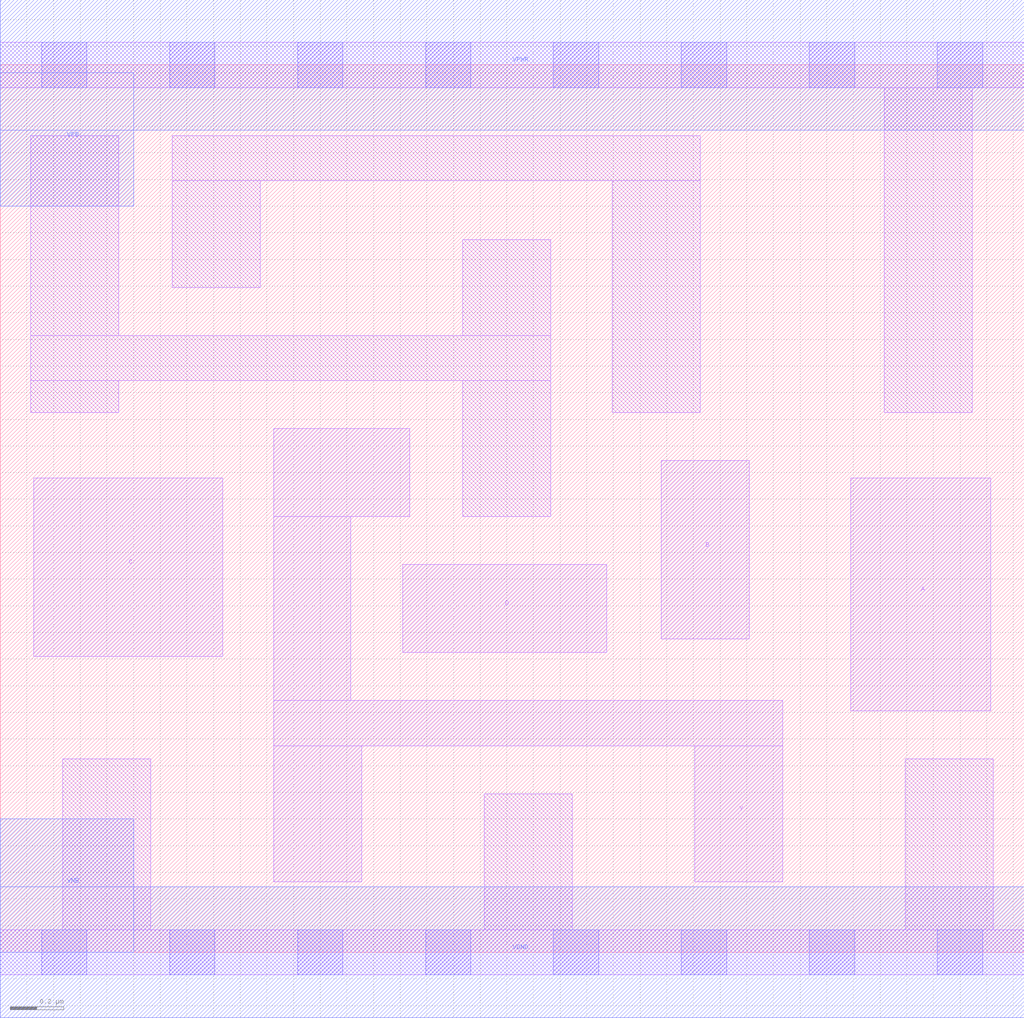
<source format=lef>
# Copyright 2020 The SkyWater PDK Authors
#
# Licensed under the Apache License, Version 2.0 (the "License");
# you may not use this file except in compliance with the License.
# You may obtain a copy of the License at
#
#     https://www.apache.org/licenses/LICENSE-2.0
#
# Unless required by applicable law or agreed to in writing, software
# distributed under the License is distributed on an "AS IS" BASIS,
# WITHOUT WARRANTIES OR CONDITIONS OF ANY KIND, either express or implied.
# See the License for the specific language governing permissions and
# limitations under the License.
#
# SPDX-License-Identifier: Apache-2.0

VERSION 5.5 ;
NAMESCASESENSITIVE ON ;
BUSBITCHARS "[]" ;
DIVIDERCHAR "/" ;
MACRO sky130_fd_sc_lp__nor4_lp
  CLASS CORE ;
  SOURCE USER ;
  ORIGIN  0.000000  0.000000 ;
  SIZE  3.840000 BY  3.330000 ;
  SYMMETRY X Y R90 ;
  SITE unit ;
  PIN A
    ANTENNAGATEAREA  0.376000 ;
    DIRECTION INPUT ;
    USE SIGNAL ;
    PORT
      LAYER li1 ;
        RECT 3.190000 0.905000 3.715000 1.780000 ;
    END
  END A
  PIN B
    ANTENNAGATEAREA  0.376000 ;
    DIRECTION INPUT ;
    USE SIGNAL ;
    PORT
      LAYER li1 ;
        RECT 2.480000 1.175000 2.810000 1.845000 ;
    END
  END B
  PIN C
    ANTENNAGATEAREA  0.376000 ;
    DIRECTION INPUT ;
    USE SIGNAL ;
    PORT
      LAYER li1 ;
        RECT 0.125000 1.110000 0.835000 1.780000 ;
    END
  END C
  PIN D
    ANTENNAGATEAREA  0.376000 ;
    DIRECTION INPUT ;
    USE SIGNAL ;
    PORT
      LAYER li1 ;
        RECT 1.510000 1.125000 2.275000 1.455000 ;
    END
  END D
  PIN Y
    ANTENNADIFFAREA  0.520200 ;
    DIRECTION OUTPUT ;
    USE SIGNAL ;
    PORT
      LAYER li1 ;
        RECT 1.025000 0.265000 1.355000 0.775000 ;
        RECT 1.025000 0.775000 2.935000 0.945000 ;
        RECT 1.025000 0.945000 1.315000 1.635000 ;
        RECT 1.025000 1.635000 1.535000 1.965000 ;
        RECT 2.605000 0.265000 2.935000 0.775000 ;
    END
  END Y
  PIN VGND
    DIRECTION INOUT ;
    USE GROUND ;
    PORT
      LAYER met1 ;
        RECT 0.000000 -0.245000 3.840000 0.245000 ;
    END
  END VGND
  PIN VNB
    DIRECTION INOUT ;
    USE GROUND ;
    PORT
      LAYER met1 ;
        RECT 0.000000 0.000000 0.500000 0.500000 ;
    END
  END VNB
  PIN VPB
    DIRECTION INOUT ;
    USE POWER ;
    PORT
      LAYER met1 ;
        RECT 0.000000 2.800000 0.500000 3.300000 ;
    END
  END VPB
  PIN VPWR
    DIRECTION INOUT ;
    USE POWER ;
    PORT
      LAYER met1 ;
        RECT 0.000000 3.085000 3.840000 3.575000 ;
    END
  END VPWR
  OBS
    LAYER li1 ;
      RECT 0.000000 -0.085000 3.840000 0.085000 ;
      RECT 0.000000  3.245000 3.840000 3.415000 ;
      RECT 0.115000  2.025000 0.445000 2.145000 ;
      RECT 0.115000  2.145000 2.065000 2.315000 ;
      RECT 0.115000  2.315000 0.445000 3.065000 ;
      RECT 0.235000  0.085000 0.565000 0.725000 ;
      RECT 0.645000  2.495000 0.975000 2.895000 ;
      RECT 0.645000  2.895000 2.625000 3.065000 ;
      RECT 1.735000  1.635000 2.065000 2.145000 ;
      RECT 1.735000  2.315000 2.065000 2.675000 ;
      RECT 1.815000  0.085000 2.145000 0.595000 ;
      RECT 2.295000  2.025000 2.625000 2.895000 ;
      RECT 3.315000  2.025000 3.645000 3.245000 ;
      RECT 3.395000  0.085000 3.725000 0.725000 ;
    LAYER mcon ;
      RECT 0.155000 -0.085000 0.325000 0.085000 ;
      RECT 0.155000  3.245000 0.325000 3.415000 ;
      RECT 0.635000 -0.085000 0.805000 0.085000 ;
      RECT 0.635000  3.245000 0.805000 3.415000 ;
      RECT 1.115000 -0.085000 1.285000 0.085000 ;
      RECT 1.115000  3.245000 1.285000 3.415000 ;
      RECT 1.595000 -0.085000 1.765000 0.085000 ;
      RECT 1.595000  3.245000 1.765000 3.415000 ;
      RECT 2.075000 -0.085000 2.245000 0.085000 ;
      RECT 2.075000  3.245000 2.245000 3.415000 ;
      RECT 2.555000 -0.085000 2.725000 0.085000 ;
      RECT 2.555000  3.245000 2.725000 3.415000 ;
      RECT 3.035000 -0.085000 3.205000 0.085000 ;
      RECT 3.035000  3.245000 3.205000 3.415000 ;
      RECT 3.515000 -0.085000 3.685000 0.085000 ;
      RECT 3.515000  3.245000 3.685000 3.415000 ;
  END
END sky130_fd_sc_lp__nor4_lp

</source>
